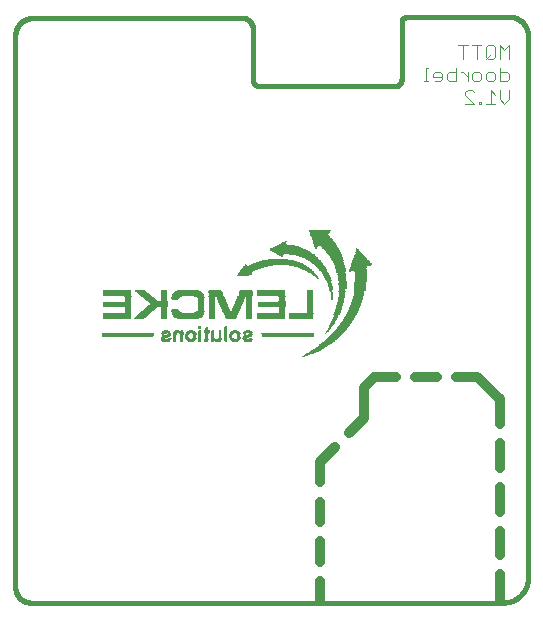
<source format=gbo>
G75*
%MOIN*%
%OFA0B0*%
%FSLAX25Y25*%
%IPPOS*%
%LPD*%
%AMOC8*
5,1,8,0,0,1.08239X$1,22.5*
%
%ADD10C,0.03200*%
%ADD11C,0.01600*%
%ADD12R,0.00500X0.00100*%
%ADD13R,0.00700X0.00100*%
%ADD14R,0.00900X0.00100*%
%ADD15R,0.01200X0.00100*%
%ADD16R,0.01300X0.00100*%
%ADD17R,0.01500X0.00100*%
%ADD18R,0.01600X0.00100*%
%ADD19R,0.01800X0.00100*%
%ADD20R,0.01900X0.00100*%
%ADD21R,0.02000X0.00100*%
%ADD22R,0.02200X0.00100*%
%ADD23R,0.02400X0.00100*%
%ADD24R,0.02500X0.00100*%
%ADD25R,0.02600X0.00100*%
%ADD26R,0.02700X0.00100*%
%ADD27R,0.02800X0.00100*%
%ADD28R,0.02900X0.00100*%
%ADD29R,0.03000X0.00100*%
%ADD30R,0.03100X0.00100*%
%ADD31R,0.00800X0.00100*%
%ADD32R,0.01400X0.00100*%
%ADD33R,0.01100X0.00100*%
%ADD34R,0.01000X0.00100*%
%ADD35R,0.02100X0.00100*%
%ADD36R,0.03200X0.00100*%
%ADD37R,0.03300X0.00100*%
%ADD38R,0.01700X0.00100*%
%ADD39R,0.02300X0.00100*%
%ADD40R,0.17100X0.00100*%
%ADD41R,0.17000X0.00100*%
%ADD42R,0.17300X0.00100*%
%ADD43R,0.00600X0.00100*%
%ADD44R,0.00200X0.00100*%
%ADD45R,0.00300X0.00100*%
%ADD46R,0.17200X0.00100*%
%ADD47R,0.00400X0.00100*%
%ADD48R,0.07700X0.00100*%
%ADD49R,0.09200X0.00100*%
%ADD50R,0.06400X0.00100*%
%ADD51R,0.09100X0.00100*%
%ADD52R,0.08000X0.00100*%
%ADD53R,0.09500X0.00100*%
%ADD54R,0.07200X0.00100*%
%ADD55R,0.08100X0.00100*%
%ADD56R,0.09600X0.00100*%
%ADD57R,0.03500X0.00100*%
%ADD58R,0.08500X0.00100*%
%ADD59R,0.08800X0.00100*%
%ADD60R,0.03700X0.00100*%
%ADD61R,0.09400X0.00100*%
%ADD62R,0.03900X0.00100*%
%ADD63R,0.09800X0.00100*%
%ADD64R,0.04100X0.00100*%
%ADD65R,0.10000X0.00100*%
%ADD66R,0.10100X0.00100*%
%ADD67R,0.04200X0.00100*%
%ADD68R,0.10200X0.00100*%
%ADD69R,0.04300X0.00100*%
%ADD70R,0.10300X0.00100*%
%ADD71R,0.03400X0.00100*%
%ADD72R,0.10400X0.00100*%
%ADD73R,0.04500X0.00100*%
%ADD74R,0.10500X0.00100*%
%ADD75R,0.04600X0.00100*%
%ADD76R,0.10600X0.00100*%
%ADD77R,0.04700X0.00100*%
%ADD78R,0.04800X0.00100*%
%ADD79R,0.10700X0.00100*%
%ADD80R,0.04900X0.00100*%
%ADD81R,0.09300X0.00100*%
%ADD82R,0.06600X0.00100*%
%ADD83R,0.06500X0.00100*%
%ADD84R,0.06300X0.00100*%
%ADD85R,0.06100X0.00100*%
%ADD86R,0.06000X0.00100*%
%ADD87R,0.05900X0.00100*%
%ADD88R,0.05800X0.00100*%
%ADD89R,0.05700X0.00100*%
%ADD90R,0.06200X0.00100*%
%ADD91R,0.06700X0.00100*%
%ADD92R,0.00100X0.00100*%
%ADD93R,0.05000X0.00100*%
%ADD94R,0.03600X0.00100*%
%ADD95R,0.09700X0.00100*%
%ADD96R,0.04400X0.00100*%
%ADD97R,0.08900X0.00100*%
%ADD98R,0.08700X0.00100*%
%ADD99R,0.08300X0.00100*%
%ADD100R,0.07300X0.00100*%
%ADD101R,0.03800X0.00100*%
%ADD102R,0.04000X0.00100*%
%ADD103R,0.05100X0.00100*%
%ADD104R,0.05400X0.00100*%
%ADD105R,0.05600X0.00100*%
%ADD106R,0.05500X0.00100*%
%ADD107R,0.07000X0.00100*%
%ADD108R,0.07500X0.00100*%
%ADD109R,0.06900X0.00100*%
%ADD110R,0.05300X0.00100*%
%ADD111R,0.07800X0.00100*%
%ADD112R,0.06800X0.00100*%
%ADD113R,0.17400X0.00100*%
%ADD114R,0.16900X0.00100*%
%ADD115R,0.16400X0.00100*%
%ADD116R,0.16000X0.00100*%
%ADD117R,0.15600X0.00100*%
%ADD118R,0.15000X0.00100*%
%ADD119R,0.14500X0.00100*%
%ADD120R,0.13900X0.00100*%
%ADD121R,0.13300X0.00100*%
%ADD122R,0.12700X0.00100*%
%ADD123R,0.12200X0.00100*%
%ADD124R,0.11300X0.00100*%
%ADD125R,0.05200X0.00100*%
%ADD126R,0.07900X0.00100*%
%ADD127R,0.11800X0.00100*%
%ADD128R,0.11900X0.00100*%
%ADD129R,0.12000X0.00100*%
%ADD130R,0.11600X0.00100*%
%ADD131R,0.11400X0.00100*%
%ADD132R,0.11000X0.00100*%
%ADD133R,0.08400X0.00100*%
%ADD134R,0.07100X0.00100*%
%ADD135C,0.00400*%
D10*
X0137233Y0044645D02*
X0137233Y0051459D01*
X0137233Y0057859D02*
X0137233Y0064673D01*
X0137233Y0071073D02*
X0137233Y0077887D01*
X0137233Y0084287D02*
X0137233Y0091102D01*
X0142254Y0096122D01*
X0146779Y0100648D02*
X0151800Y0105669D01*
X0151800Y0115905D01*
X0155343Y0119448D01*
X0162494Y0119448D01*
X0168894Y0119448D02*
X0176045Y0119448D01*
X0182445Y0119448D02*
X0189595Y0119448D01*
X0197076Y0111968D01*
X0197076Y0103781D01*
X0197076Y0097381D02*
X0197076Y0089194D01*
X0197076Y0082794D02*
X0197076Y0074606D01*
X0197076Y0068206D02*
X0197076Y0060019D01*
X0197076Y0053619D02*
X0197076Y0045432D01*
D11*
X0198257Y0044251D02*
X0040776Y0044251D01*
X0040635Y0044253D01*
X0040494Y0044259D01*
X0040353Y0044268D01*
X0040213Y0044282D01*
X0040073Y0044300D01*
X0039934Y0044321D01*
X0039795Y0044346D01*
X0039657Y0044375D01*
X0039520Y0044408D01*
X0039383Y0044444D01*
X0039248Y0044484D01*
X0039114Y0044528D01*
X0038981Y0044576D01*
X0038850Y0044627D01*
X0038720Y0044682D01*
X0038592Y0044741D01*
X0038465Y0044802D01*
X0038340Y0044868D01*
X0038217Y0044937D01*
X0038096Y0045009D01*
X0037977Y0045084D01*
X0037860Y0045163D01*
X0037745Y0045245D01*
X0037632Y0045330D01*
X0037522Y0045418D01*
X0037415Y0045509D01*
X0037310Y0045604D01*
X0037207Y0045701D01*
X0037108Y0045800D01*
X0037011Y0045903D01*
X0036916Y0046008D01*
X0036825Y0046115D01*
X0036737Y0046225D01*
X0036652Y0046338D01*
X0036570Y0046453D01*
X0036491Y0046570D01*
X0036416Y0046689D01*
X0036344Y0046810D01*
X0036275Y0046933D01*
X0036209Y0047058D01*
X0036148Y0047185D01*
X0036089Y0047313D01*
X0036034Y0047443D01*
X0035983Y0047574D01*
X0035935Y0047707D01*
X0035891Y0047841D01*
X0035851Y0047976D01*
X0035815Y0048113D01*
X0035782Y0048250D01*
X0035753Y0048388D01*
X0035728Y0048527D01*
X0035707Y0048666D01*
X0035689Y0048806D01*
X0035675Y0048946D01*
X0035666Y0049087D01*
X0035660Y0049228D01*
X0035658Y0049369D01*
X0035658Y0233228D01*
X0035660Y0233380D01*
X0035666Y0233532D01*
X0035676Y0233684D01*
X0035689Y0233835D01*
X0035707Y0233986D01*
X0035728Y0234137D01*
X0035754Y0234287D01*
X0035783Y0234436D01*
X0035816Y0234585D01*
X0035853Y0234732D01*
X0035893Y0234879D01*
X0035938Y0235024D01*
X0035986Y0235168D01*
X0036038Y0235311D01*
X0036093Y0235453D01*
X0036152Y0235593D01*
X0036215Y0235732D01*
X0036281Y0235869D01*
X0036351Y0236004D01*
X0036424Y0236137D01*
X0036501Y0236268D01*
X0036581Y0236398D01*
X0036664Y0236525D01*
X0036750Y0236650D01*
X0036840Y0236773D01*
X0036933Y0236893D01*
X0037029Y0237011D01*
X0037128Y0237127D01*
X0037230Y0237240D01*
X0037334Y0237350D01*
X0037442Y0237458D01*
X0037552Y0237562D01*
X0037665Y0237664D01*
X0037781Y0237763D01*
X0037899Y0237859D01*
X0038019Y0237952D01*
X0038142Y0238042D01*
X0038267Y0238128D01*
X0038394Y0238211D01*
X0038524Y0238291D01*
X0038655Y0238368D01*
X0038788Y0238441D01*
X0038923Y0238511D01*
X0039060Y0238577D01*
X0039199Y0238640D01*
X0039339Y0238699D01*
X0039481Y0238754D01*
X0039624Y0238806D01*
X0039768Y0238854D01*
X0039913Y0238899D01*
X0040060Y0238939D01*
X0040207Y0238976D01*
X0040356Y0239009D01*
X0040505Y0239038D01*
X0040655Y0239064D01*
X0040806Y0239085D01*
X0040957Y0239103D01*
X0041108Y0239116D01*
X0041260Y0239126D01*
X0041412Y0239132D01*
X0041564Y0239134D01*
X0041564Y0239133D02*
X0111249Y0239133D01*
X0111365Y0239131D01*
X0111481Y0239125D01*
X0111596Y0239116D01*
X0111711Y0239103D01*
X0111826Y0239086D01*
X0111940Y0239065D01*
X0112054Y0239040D01*
X0112166Y0239012D01*
X0112277Y0238980D01*
X0112388Y0238945D01*
X0112497Y0238906D01*
X0112605Y0238863D01*
X0112711Y0238817D01*
X0112816Y0238768D01*
X0112919Y0238715D01*
X0113021Y0238658D01*
X0113120Y0238599D01*
X0113217Y0238536D01*
X0113313Y0238470D01*
X0113406Y0238401D01*
X0113497Y0238329D01*
X0113585Y0238254D01*
X0113671Y0238176D01*
X0113754Y0238095D01*
X0113835Y0238012D01*
X0113913Y0237926D01*
X0113988Y0237838D01*
X0114060Y0237747D01*
X0114129Y0237654D01*
X0114195Y0237558D01*
X0114258Y0237461D01*
X0114317Y0237362D01*
X0114374Y0237260D01*
X0114427Y0237157D01*
X0114476Y0237052D01*
X0114522Y0236946D01*
X0114565Y0236838D01*
X0114604Y0236729D01*
X0114639Y0236618D01*
X0114671Y0236507D01*
X0114699Y0236395D01*
X0114724Y0236281D01*
X0114745Y0236167D01*
X0114762Y0236052D01*
X0114775Y0235937D01*
X0114784Y0235822D01*
X0114790Y0235706D01*
X0114792Y0235590D01*
X0114792Y0218661D01*
X0114794Y0218566D01*
X0114800Y0218471D01*
X0114809Y0218376D01*
X0114823Y0218282D01*
X0114840Y0218189D01*
X0114861Y0218096D01*
X0114885Y0218004D01*
X0114914Y0217913D01*
X0114945Y0217823D01*
X0114981Y0217735D01*
X0115020Y0217648D01*
X0115063Y0217563D01*
X0115108Y0217480D01*
X0115158Y0217399D01*
X0115210Y0217319D01*
X0115266Y0217242D01*
X0115324Y0217167D01*
X0115386Y0217095D01*
X0115451Y0217025D01*
X0115518Y0216958D01*
X0115588Y0216893D01*
X0115660Y0216831D01*
X0115735Y0216773D01*
X0115812Y0216717D01*
X0115892Y0216665D01*
X0115973Y0216615D01*
X0116056Y0216570D01*
X0116141Y0216527D01*
X0116228Y0216488D01*
X0116316Y0216452D01*
X0116406Y0216421D01*
X0116497Y0216392D01*
X0116589Y0216368D01*
X0116682Y0216347D01*
X0116775Y0216330D01*
X0116869Y0216316D01*
X0116964Y0216307D01*
X0117059Y0216301D01*
X0117154Y0216299D01*
X0117154Y0216298D02*
X0162036Y0216298D01*
X0162036Y0216299D02*
X0162131Y0216301D01*
X0162226Y0216307D01*
X0162321Y0216316D01*
X0162415Y0216330D01*
X0162508Y0216347D01*
X0162601Y0216368D01*
X0162693Y0216392D01*
X0162784Y0216421D01*
X0162874Y0216452D01*
X0162962Y0216488D01*
X0163049Y0216527D01*
X0163134Y0216570D01*
X0163217Y0216615D01*
X0163298Y0216665D01*
X0163378Y0216717D01*
X0163455Y0216773D01*
X0163530Y0216831D01*
X0163602Y0216893D01*
X0163672Y0216958D01*
X0163739Y0217025D01*
X0163804Y0217095D01*
X0163866Y0217167D01*
X0163924Y0217242D01*
X0163980Y0217319D01*
X0164032Y0217399D01*
X0164082Y0217480D01*
X0164127Y0217563D01*
X0164170Y0217648D01*
X0164209Y0217735D01*
X0164245Y0217823D01*
X0164276Y0217913D01*
X0164305Y0218004D01*
X0164329Y0218096D01*
X0164350Y0218189D01*
X0164367Y0218282D01*
X0164381Y0218376D01*
X0164390Y0218471D01*
X0164396Y0218566D01*
X0164398Y0218661D01*
X0164398Y0237558D01*
X0164400Y0237644D01*
X0164405Y0237730D01*
X0164415Y0237815D01*
X0164428Y0237900D01*
X0164445Y0237984D01*
X0164465Y0238068D01*
X0164489Y0238150D01*
X0164517Y0238231D01*
X0164548Y0238312D01*
X0164582Y0238390D01*
X0164620Y0238467D01*
X0164662Y0238543D01*
X0164706Y0238616D01*
X0164754Y0238687D01*
X0164805Y0238757D01*
X0164859Y0238824D01*
X0164915Y0238888D01*
X0164975Y0238950D01*
X0165037Y0239010D01*
X0165101Y0239066D01*
X0165168Y0239120D01*
X0165238Y0239171D01*
X0165309Y0239219D01*
X0165383Y0239263D01*
X0165458Y0239305D01*
X0165535Y0239343D01*
X0165613Y0239377D01*
X0165694Y0239408D01*
X0165775Y0239436D01*
X0165857Y0239460D01*
X0165941Y0239480D01*
X0166025Y0239497D01*
X0166110Y0239510D01*
X0166195Y0239520D01*
X0166281Y0239525D01*
X0166367Y0239527D01*
X0200225Y0239527D01*
X0200382Y0239525D01*
X0200539Y0239519D01*
X0200696Y0239509D01*
X0200852Y0239496D01*
X0201008Y0239478D01*
X0201164Y0239457D01*
X0201319Y0239431D01*
X0201473Y0239402D01*
X0201627Y0239369D01*
X0201779Y0239332D01*
X0201931Y0239292D01*
X0202082Y0239247D01*
X0202231Y0239199D01*
X0202379Y0239147D01*
X0202526Y0239092D01*
X0202672Y0239032D01*
X0202816Y0238970D01*
X0202958Y0238903D01*
X0203099Y0238833D01*
X0203238Y0238760D01*
X0203375Y0238683D01*
X0203510Y0238603D01*
X0203642Y0238519D01*
X0203773Y0238432D01*
X0203902Y0238342D01*
X0204028Y0238249D01*
X0204152Y0238153D01*
X0204274Y0238053D01*
X0204393Y0237951D01*
X0204509Y0237845D01*
X0204623Y0237737D01*
X0204734Y0237626D01*
X0204842Y0237512D01*
X0204948Y0237396D01*
X0205050Y0237277D01*
X0205150Y0237155D01*
X0205246Y0237031D01*
X0205339Y0236905D01*
X0205429Y0236776D01*
X0205516Y0236645D01*
X0205600Y0236513D01*
X0205680Y0236378D01*
X0205757Y0236241D01*
X0205830Y0236102D01*
X0205900Y0235961D01*
X0205967Y0235819D01*
X0206029Y0235675D01*
X0206089Y0235529D01*
X0206144Y0235382D01*
X0206196Y0235234D01*
X0206244Y0235085D01*
X0206289Y0234934D01*
X0206329Y0234782D01*
X0206366Y0234630D01*
X0206399Y0234476D01*
X0206428Y0234322D01*
X0206454Y0234167D01*
X0206475Y0234011D01*
X0206493Y0233855D01*
X0206506Y0233699D01*
X0206516Y0233542D01*
X0206522Y0233385D01*
X0206524Y0233228D01*
X0206524Y0052519D01*
X0206525Y0052519D02*
X0206523Y0052319D01*
X0206515Y0052120D01*
X0206503Y0051920D01*
X0206486Y0051721D01*
X0206465Y0051522D01*
X0206438Y0051324D01*
X0206407Y0051127D01*
X0206371Y0050930D01*
X0206330Y0050735D01*
X0206285Y0050540D01*
X0206235Y0050347D01*
X0206180Y0050155D01*
X0206120Y0049964D01*
X0206056Y0049775D01*
X0205988Y0049587D01*
X0205915Y0049401D01*
X0205837Y0049217D01*
X0205755Y0049035D01*
X0205669Y0048855D01*
X0205578Y0048677D01*
X0205483Y0048501D01*
X0205384Y0048327D01*
X0205280Y0048156D01*
X0205173Y0047988D01*
X0205061Y0047822D01*
X0204946Y0047659D01*
X0204827Y0047499D01*
X0204703Y0047342D01*
X0204576Y0047187D01*
X0204446Y0047036D01*
X0204311Y0046888D01*
X0204174Y0046744D01*
X0204032Y0046602D01*
X0203888Y0046465D01*
X0203740Y0046330D01*
X0203589Y0046200D01*
X0203434Y0046073D01*
X0203277Y0045949D01*
X0203117Y0045830D01*
X0202954Y0045715D01*
X0202788Y0045603D01*
X0202620Y0045496D01*
X0202449Y0045392D01*
X0202275Y0045293D01*
X0202099Y0045198D01*
X0201921Y0045107D01*
X0201741Y0045021D01*
X0201559Y0044939D01*
X0201375Y0044861D01*
X0201189Y0044788D01*
X0201001Y0044720D01*
X0200812Y0044656D01*
X0200621Y0044596D01*
X0200429Y0044541D01*
X0200236Y0044491D01*
X0200041Y0044446D01*
X0199846Y0044405D01*
X0199649Y0044369D01*
X0199452Y0044338D01*
X0199254Y0044311D01*
X0199055Y0044290D01*
X0198856Y0044273D01*
X0198656Y0044261D01*
X0198457Y0044253D01*
X0198257Y0044251D01*
D12*
X0131695Y0126153D03*
X0139795Y0134553D03*
X0139895Y0134653D03*
X0139995Y0134853D03*
X0141195Y0145853D03*
X0141195Y0145953D03*
X0141195Y0146053D03*
X0141195Y0146153D03*
X0141195Y0146253D03*
X0141195Y0146353D03*
X0136295Y0152353D03*
X0136195Y0152453D03*
X0135895Y0162253D03*
X0135895Y0162353D03*
X0147095Y0154553D03*
X0149695Y0161753D03*
X0112495Y0156553D03*
X0103095Y0130953D03*
D13*
X0103895Y0134653D03*
X0099595Y0135653D03*
X0097295Y0134653D03*
X0089495Y0134753D03*
X0108995Y0130953D03*
X0113095Y0130953D03*
X0131895Y0126253D03*
X0140195Y0135153D03*
X0140295Y0135253D03*
X0140295Y0135353D03*
X0140395Y0135453D03*
X0141095Y0146953D03*
X0141095Y0147053D03*
X0141095Y0147153D03*
X0141095Y0147253D03*
X0135795Y0152853D03*
X0125495Y0164153D03*
X0109895Y0152953D03*
X0149795Y0161553D03*
D14*
X0149795Y0161453D03*
X0140995Y0147953D03*
X0140995Y0147853D03*
X0140995Y0147753D03*
X0140995Y0147653D03*
X0135595Y0153053D03*
X0135495Y0153153D03*
X0135995Y0162653D03*
X0125395Y0164053D03*
X0112495Y0156253D03*
X0105895Y0135953D03*
X0105895Y0135853D03*
X0103895Y0134553D03*
X0103895Y0134453D03*
X0103895Y0134353D03*
X0103895Y0134253D03*
X0103895Y0134153D03*
X0103895Y0134053D03*
X0103895Y0133953D03*
X0103895Y0133853D03*
X0103895Y0133753D03*
X0103895Y0133653D03*
X0103895Y0133553D03*
X0103895Y0133453D03*
X0103895Y0133353D03*
X0103895Y0133253D03*
X0103895Y0133153D03*
X0103895Y0133053D03*
X0103895Y0132953D03*
X0103895Y0132853D03*
X0103895Y0132753D03*
X0103895Y0132653D03*
X0103895Y0132553D03*
X0103895Y0132453D03*
X0103895Y0132353D03*
X0103895Y0132253D03*
X0105895Y0131253D03*
X0105895Y0131153D03*
X0108995Y0134753D03*
X0112095Y0133753D03*
X0112095Y0133653D03*
X0114295Y0132153D03*
X0101495Y0131153D03*
X0097295Y0131153D03*
X0094195Y0134753D03*
X0091195Y0134453D03*
X0091095Y0131153D03*
X0088795Y0131153D03*
X0085995Y0134753D03*
X0084895Y0133653D03*
X0097295Y0135453D03*
X0097295Y0136153D03*
X0132095Y0126353D03*
X0140595Y0135753D03*
X0140595Y0135853D03*
X0140695Y0135953D03*
X0140795Y0136153D03*
D15*
X0141345Y0137153D03*
X0141445Y0137253D03*
X0141445Y0137353D03*
X0141545Y0137453D03*
X0141645Y0137653D03*
X0140845Y0148753D03*
X0140745Y0149153D03*
X0140745Y0149253D03*
X0140745Y0149353D03*
X0135045Y0153553D03*
X0134945Y0153653D03*
X0136045Y0162953D03*
X0114045Y0133453D03*
X0112045Y0132253D03*
X0109945Y0131853D03*
X0107945Y0131853D03*
X0107945Y0133853D03*
X0103745Y0131853D03*
X0101645Y0132053D03*
X0099545Y0133853D03*
X0095245Y0133853D03*
X0093245Y0133853D03*
X0093245Y0131853D03*
X0095245Y0131853D03*
X0091045Y0133653D03*
X0091045Y0133753D03*
X0089545Y0134653D03*
X0088945Y0133853D03*
X0086945Y0131753D03*
X0132445Y0126453D03*
D16*
X0132595Y0126553D03*
X0141595Y0137553D03*
X0141695Y0137753D03*
X0141695Y0137853D03*
X0141795Y0137953D03*
X0141895Y0138153D03*
X0140695Y0149453D03*
X0140695Y0149553D03*
X0140695Y0149653D03*
X0140595Y0149753D03*
X0140595Y0149853D03*
X0149895Y0161153D03*
X0125195Y0163853D03*
X0124195Y0159953D03*
X0101695Y0131953D03*
X0090995Y0133853D03*
X0086895Y0133453D03*
X0084995Y0132353D03*
D17*
X0085602Y0133809D03*
X0085995Y0134653D03*
X0089595Y0134553D03*
X0094195Y0134653D03*
X0099295Y0131753D03*
X0099195Y0131453D03*
X0103095Y0131153D03*
X0108995Y0134653D03*
X0113095Y0134653D03*
X0113895Y0133353D03*
X0113095Y0131053D03*
X0132895Y0126653D03*
X0142095Y0138553D03*
X0142095Y0138653D03*
X0142195Y0138853D03*
X0142295Y0138953D03*
X0142295Y0139053D03*
X0142395Y0139253D03*
X0140495Y0150253D03*
X0140395Y0150553D03*
X0140295Y0150753D03*
X0140295Y0150853D03*
X0134595Y0153953D03*
X0136095Y0163153D03*
X0125095Y0163753D03*
D18*
X0124945Y0163653D03*
X0124145Y0160053D03*
X0134345Y0154153D03*
X0134445Y0154053D03*
X0140045Y0151553D03*
X0140145Y0151253D03*
X0140145Y0151153D03*
X0140245Y0151053D03*
X0140245Y0150953D03*
X0142745Y0140053D03*
X0142645Y0139853D03*
X0142645Y0139753D03*
X0142545Y0139653D03*
X0142545Y0139553D03*
X0142445Y0139453D03*
X0142445Y0139353D03*
X0142345Y0139153D03*
X0133345Y0126853D03*
X0133145Y0126753D03*
X0149945Y0160953D03*
X0099245Y0131653D03*
X0099245Y0131553D03*
X0086745Y0133353D03*
D19*
X0085245Y0132453D03*
X0094245Y0131153D03*
X0099545Y0133953D03*
X0103145Y0131253D03*
X0108945Y0131153D03*
X0133545Y0126953D03*
X0143045Y0140853D03*
X0143145Y0141153D03*
X0143145Y0141253D03*
X0143245Y0141353D03*
X0143245Y0141453D03*
X0143345Y0141553D03*
X0143345Y0141653D03*
X0143345Y0141753D03*
X0143445Y0142053D03*
X0139845Y0152053D03*
X0139745Y0152253D03*
X0139745Y0152353D03*
X0139645Y0152453D03*
X0134045Y0154353D03*
X0124045Y0160153D03*
X0124845Y0163553D03*
D20*
X0123995Y0160253D03*
X0133895Y0154453D03*
X0139395Y0153053D03*
X0139495Y0152853D03*
X0139495Y0152753D03*
X0139595Y0152653D03*
X0139595Y0152553D03*
X0143895Y0143553D03*
X0143795Y0143153D03*
X0143695Y0142953D03*
X0143695Y0142853D03*
X0143695Y0142753D03*
X0143595Y0142653D03*
X0143595Y0142553D03*
X0143595Y0142453D03*
X0143595Y0142353D03*
X0143495Y0142253D03*
X0143495Y0142153D03*
X0143395Y0141953D03*
X0143395Y0141853D03*
X0133995Y0127153D03*
X0133795Y0127053D03*
X0113095Y0134553D03*
X0108995Y0134553D03*
X0113695Y0138753D03*
X0101295Y0138753D03*
X0094195Y0134553D03*
X0086495Y0133253D03*
X0085995Y0134553D03*
X0085295Y0138753D03*
X0149995Y0160653D03*
D21*
X0150045Y0160553D03*
X0139445Y0152953D03*
X0139345Y0153153D03*
X0139245Y0153353D03*
X0139145Y0153553D03*
X0133745Y0154553D03*
X0124745Y0163453D03*
X0144045Y0144253D03*
X0144045Y0144153D03*
X0144045Y0144053D03*
X0143945Y0143853D03*
X0143945Y0143753D03*
X0143945Y0143653D03*
X0143845Y0143453D03*
X0143845Y0143353D03*
X0143845Y0143253D03*
X0143745Y0143053D03*
X0144145Y0144653D03*
X0134245Y0127253D03*
X0113645Y0133253D03*
X0113145Y0131153D03*
X0099545Y0134053D03*
X0085945Y0131153D03*
D22*
X0085445Y0132553D03*
X0073145Y0140653D03*
X0073145Y0140753D03*
X0073145Y0140853D03*
X0073145Y0140953D03*
X0073145Y0141053D03*
X0073145Y0141153D03*
X0073145Y0141253D03*
X0073145Y0141353D03*
X0073145Y0141453D03*
X0073145Y0141553D03*
X0073145Y0141653D03*
X0073145Y0141753D03*
X0073145Y0141853D03*
X0073145Y0141953D03*
X0073145Y0142053D03*
X0073145Y0142153D03*
X0073145Y0142253D03*
X0073145Y0142353D03*
X0073145Y0142453D03*
X0073145Y0142553D03*
X0073145Y0144453D03*
X0073145Y0144553D03*
X0073145Y0144653D03*
X0073145Y0144753D03*
X0073145Y0144853D03*
X0073145Y0144953D03*
X0073145Y0145053D03*
X0073145Y0145153D03*
X0073145Y0145253D03*
X0073145Y0145353D03*
X0073145Y0145453D03*
X0073145Y0145553D03*
X0073145Y0145653D03*
X0073145Y0145753D03*
X0073145Y0145853D03*
X0073145Y0145953D03*
X0073145Y0146053D03*
X0073145Y0146153D03*
X0097545Y0145253D03*
X0097545Y0145153D03*
X0097545Y0145053D03*
X0097545Y0144953D03*
X0097545Y0144853D03*
X0097545Y0144753D03*
X0097545Y0144653D03*
X0097545Y0144553D03*
X0097545Y0144453D03*
X0097545Y0144353D03*
X0097545Y0144253D03*
X0097545Y0144153D03*
X0097545Y0144053D03*
X0097545Y0143953D03*
X0097545Y0143853D03*
X0097545Y0143753D03*
X0097545Y0143653D03*
X0097545Y0143553D03*
X0097545Y0143453D03*
X0097545Y0143353D03*
X0097545Y0143253D03*
X0097545Y0143153D03*
X0097545Y0143053D03*
X0097545Y0142953D03*
X0097545Y0142853D03*
X0097545Y0142753D03*
X0097545Y0142653D03*
X0097545Y0142553D03*
X0097545Y0142453D03*
X0097545Y0142353D03*
X0097545Y0142253D03*
X0097545Y0142153D03*
X0097545Y0142053D03*
X0097545Y0141953D03*
X0097545Y0141853D03*
X0097545Y0141753D03*
X0097545Y0141653D03*
X0108945Y0134453D03*
X0108945Y0131253D03*
X0113445Y0133153D03*
X0113145Y0134453D03*
X0134445Y0127353D03*
X0134645Y0127453D03*
X0134845Y0127553D03*
X0144245Y0145153D03*
X0144245Y0145253D03*
X0144345Y0145553D03*
X0144345Y0145653D03*
X0144345Y0145753D03*
X0144445Y0146053D03*
X0144445Y0146153D03*
X0144445Y0146253D03*
X0144445Y0146353D03*
X0144445Y0146453D03*
X0144545Y0146653D03*
X0144545Y0146753D03*
X0144545Y0146853D03*
X0144545Y0146953D03*
X0144545Y0147053D03*
X0138845Y0154053D03*
X0138745Y0154253D03*
X0138645Y0154353D03*
X0138545Y0154553D03*
X0133445Y0154753D03*
X0133845Y0147853D03*
X0123945Y0160353D03*
D23*
X0132945Y0155053D03*
X0133145Y0154953D03*
X0138145Y0155153D03*
X0138245Y0154953D03*
X0138345Y0154853D03*
X0144745Y0149953D03*
X0144745Y0149853D03*
X0144745Y0149753D03*
X0144745Y0149653D03*
X0144745Y0149553D03*
X0144745Y0149453D03*
X0144745Y0149353D03*
X0144745Y0149253D03*
X0144745Y0149153D03*
X0144745Y0149053D03*
X0144745Y0148953D03*
X0144745Y0148853D03*
X0144745Y0148753D03*
X0144745Y0148653D03*
X0144645Y0147853D03*
X0150145Y0160253D03*
X0124545Y0144353D03*
X0124545Y0142653D03*
X0113145Y0134353D03*
X0112745Y0132653D03*
X0113145Y0131253D03*
X0108945Y0131353D03*
X0108745Y0140753D03*
X0108845Y0140853D03*
X0108845Y0140953D03*
X0108945Y0141153D03*
X0109045Y0141353D03*
X0109145Y0141553D03*
X0109145Y0141653D03*
X0109245Y0141853D03*
X0109245Y0141953D03*
X0109345Y0142053D03*
X0109445Y0142253D03*
X0109445Y0142353D03*
X0109545Y0142553D03*
X0109545Y0142653D03*
X0109645Y0142753D03*
X0109645Y0142853D03*
X0109745Y0142953D03*
X0109745Y0143053D03*
X0109845Y0143253D03*
X0109945Y0143453D03*
X0110045Y0143653D03*
X0110045Y0143753D03*
X0110145Y0143953D03*
X0110245Y0144153D03*
X0110345Y0144353D03*
X0110345Y0144453D03*
X0110445Y0144653D03*
X0110445Y0144753D03*
X0110545Y0144853D03*
X0110645Y0145053D03*
X0110645Y0145153D03*
X0110745Y0145353D03*
X0110745Y0145453D03*
X0110845Y0145653D03*
X0110945Y0145853D03*
X0111045Y0146053D03*
X0104945Y0143753D03*
X0104945Y0143653D03*
X0105045Y0143453D03*
X0105145Y0143253D03*
X0105145Y0143153D03*
X0105245Y0143053D03*
X0105245Y0142953D03*
X0105345Y0142753D03*
X0105445Y0142553D03*
X0105445Y0142453D03*
X0105545Y0142353D03*
X0105545Y0142253D03*
X0105645Y0142053D03*
X0105745Y0141853D03*
X0105745Y0141753D03*
X0105845Y0141653D03*
X0105845Y0141553D03*
X0105845Y0141453D03*
X0105945Y0141353D03*
X0105945Y0141253D03*
X0106045Y0141153D03*
X0106045Y0141053D03*
X0106145Y0140953D03*
X0106145Y0140853D03*
X0106245Y0140753D03*
X0104845Y0143953D03*
X0104745Y0144153D03*
X0104645Y0144353D03*
X0104645Y0144453D03*
X0104545Y0144553D03*
X0104545Y0144653D03*
X0104445Y0144853D03*
X0104345Y0145053D03*
X0104345Y0145153D03*
X0104245Y0145353D03*
X0104145Y0145553D03*
X0104045Y0145753D03*
X0104045Y0145853D03*
X0097445Y0145853D03*
X0097445Y0145753D03*
X0097445Y0141253D03*
X0097445Y0141153D03*
X0088945Y0141153D03*
X0088945Y0141253D03*
X0088945Y0141353D03*
X0088945Y0145453D03*
X0088945Y0145553D03*
X0089045Y0145753D03*
X0085245Y0142653D03*
X0086145Y0133053D03*
X0085945Y0131253D03*
X0073045Y0146253D03*
X0135045Y0127653D03*
X0135245Y0127753D03*
D24*
X0135395Y0127853D03*
X0135595Y0127953D03*
X0124495Y0146253D03*
X0132795Y0155153D03*
X0137895Y0155453D03*
X0137995Y0155353D03*
X0138095Y0155253D03*
X0138195Y0155053D03*
X0144695Y0150353D03*
X0144695Y0150253D03*
X0144695Y0150153D03*
X0144695Y0150053D03*
X0113295Y0133053D03*
X0112895Y0132753D03*
X0108995Y0134353D03*
X0109495Y0142453D03*
X0109795Y0143153D03*
X0109895Y0143353D03*
X0109995Y0143553D03*
X0110095Y0143853D03*
X0110195Y0144053D03*
X0110295Y0144253D03*
X0110395Y0144553D03*
X0110595Y0144953D03*
X0110695Y0145253D03*
X0110795Y0145553D03*
X0110895Y0145753D03*
X0110995Y0145953D03*
X0105095Y0143353D03*
X0104995Y0143553D03*
X0104895Y0143853D03*
X0104795Y0144053D03*
X0104695Y0144253D03*
X0104495Y0144753D03*
X0104395Y0144953D03*
X0104295Y0145253D03*
X0104195Y0145453D03*
X0104095Y0145653D03*
X0103995Y0145953D03*
X0103895Y0146053D03*
X0097395Y0141053D03*
X0094195Y0134353D03*
X0094195Y0131353D03*
X0085995Y0132953D03*
X0085895Y0132853D03*
X0085795Y0132753D03*
X0085995Y0134353D03*
X0088995Y0141053D03*
X0088995Y0145653D03*
X0089095Y0145853D03*
D25*
X0089045Y0140953D03*
X0085945Y0134253D03*
X0085945Y0131353D03*
X0094245Y0131453D03*
X0097345Y0145953D03*
X0097245Y0146053D03*
X0108945Y0131453D03*
X0113145Y0131353D03*
X0113045Y0132853D03*
X0113145Y0132953D03*
X0113145Y0134253D03*
X0132645Y0155253D03*
X0137745Y0155653D03*
X0137845Y0155553D03*
X0144645Y0151953D03*
X0144645Y0151853D03*
X0144745Y0151253D03*
X0144745Y0151153D03*
X0144745Y0151053D03*
X0144745Y0150953D03*
X0144745Y0150853D03*
X0144745Y0150753D03*
X0144745Y0150653D03*
X0144745Y0150553D03*
X0144745Y0150453D03*
X0150145Y0160153D03*
X0136445Y0128453D03*
X0136145Y0128253D03*
X0135945Y0128153D03*
X0135745Y0128053D03*
D26*
X0136295Y0128353D03*
X0136595Y0128553D03*
X0136795Y0128653D03*
X0144695Y0151353D03*
X0144695Y0151453D03*
X0144695Y0151553D03*
X0144695Y0151653D03*
X0144695Y0151753D03*
X0144595Y0152053D03*
X0144595Y0152153D03*
X0144595Y0152253D03*
X0144595Y0152353D03*
X0144595Y0152453D03*
X0137695Y0155753D03*
X0137595Y0155853D03*
X0150195Y0160053D03*
X0110995Y0153153D03*
X0097295Y0140953D03*
X0097295Y0140853D03*
X0094195Y0134253D03*
X0085995Y0134153D03*
X0089095Y0140853D03*
X0089195Y0145953D03*
X0108995Y0134253D03*
D27*
X0108945Y0131553D03*
X0113145Y0131453D03*
X0113145Y0134053D03*
X0113145Y0134153D03*
X0097145Y0140753D03*
X0097145Y0146153D03*
X0089245Y0146053D03*
X0089245Y0140753D03*
X0085945Y0131453D03*
X0094245Y0131553D03*
X0124945Y0163353D03*
X0132245Y0155453D03*
X0132445Y0155353D03*
X0137245Y0156253D03*
X0137345Y0156153D03*
X0137445Y0156053D03*
X0137545Y0155953D03*
X0144545Y0152953D03*
X0144545Y0152853D03*
X0144545Y0152753D03*
X0144545Y0152653D03*
X0144545Y0152553D03*
X0150245Y0159953D03*
X0137545Y0129153D03*
X0137245Y0128953D03*
X0136945Y0128753D03*
D28*
X0137095Y0128853D03*
X0137395Y0129053D03*
X0137695Y0129253D03*
X0137895Y0129353D03*
X0137995Y0129453D03*
X0138295Y0129653D03*
X0144495Y0153053D03*
X0144495Y0153153D03*
X0144495Y0153253D03*
X0144495Y0153353D03*
X0144495Y0153453D03*
X0144395Y0153653D03*
X0144395Y0153753D03*
X0144395Y0153853D03*
X0137195Y0156353D03*
X0137095Y0156453D03*
X0136995Y0156553D03*
X0113095Y0131553D03*
X0108995Y0134153D03*
X0107495Y0138753D03*
X0094195Y0134153D03*
X0085995Y0134053D03*
X0076995Y0138753D03*
X0089395Y0146153D03*
D29*
X0090145Y0134353D03*
X0094245Y0134053D03*
X0094245Y0131653D03*
X0085945Y0131653D03*
X0085945Y0131553D03*
X0108945Y0131653D03*
X0108945Y0134053D03*
X0123345Y0158553D03*
X0132045Y0155553D03*
X0136745Y0156853D03*
X0136845Y0156753D03*
X0136945Y0156653D03*
X0144245Y0154553D03*
X0144245Y0154453D03*
X0144345Y0154253D03*
X0144345Y0154153D03*
X0144345Y0154053D03*
X0144345Y0153953D03*
X0144445Y0153553D03*
X0150245Y0159853D03*
X0140145Y0131053D03*
X0140045Y0130953D03*
X0139645Y0130653D03*
X0139545Y0130553D03*
X0139245Y0130353D03*
X0139145Y0130253D03*
X0138945Y0130153D03*
X0138845Y0130053D03*
X0138545Y0129853D03*
X0138445Y0129753D03*
X0138145Y0129553D03*
D30*
X0138695Y0129953D03*
X0139395Y0130453D03*
X0139795Y0130753D03*
X0139895Y0130853D03*
X0140295Y0131153D03*
X0140395Y0131253D03*
X0140495Y0131353D03*
X0140595Y0131453D03*
X0140695Y0131553D03*
X0140895Y0131653D03*
X0140995Y0131753D03*
X0141095Y0131853D03*
X0141195Y0131953D03*
X0141295Y0132053D03*
X0141395Y0132153D03*
X0141495Y0132253D03*
X0141595Y0132353D03*
X0141895Y0132653D03*
X0142195Y0132953D03*
X0142495Y0133253D03*
X0142795Y0133553D03*
X0143095Y0133853D03*
X0143295Y0134053D03*
X0143395Y0134153D03*
X0143495Y0134253D03*
X0143595Y0134353D03*
X0143695Y0134453D03*
X0143795Y0134553D03*
X0143895Y0134653D03*
X0144095Y0134953D03*
X0144195Y0135053D03*
X0144295Y0135153D03*
X0144395Y0135253D03*
X0144595Y0135553D03*
X0144695Y0135653D03*
X0144795Y0135753D03*
X0144895Y0135853D03*
X0145095Y0136153D03*
X0145195Y0136253D03*
X0145595Y0136853D03*
X0145695Y0136953D03*
X0145795Y0137153D03*
X0145895Y0137253D03*
X0146095Y0137553D03*
X0146195Y0137653D03*
X0146295Y0137853D03*
X0146395Y0137953D03*
X0146695Y0138453D03*
X0146795Y0138653D03*
X0146995Y0138953D03*
X0147095Y0139053D03*
X0147095Y0139153D03*
X0147295Y0139453D03*
X0147395Y0139653D03*
X0147595Y0140053D03*
X0144295Y0154353D03*
X0144195Y0154653D03*
X0144195Y0154753D03*
X0144195Y0154853D03*
X0144095Y0155053D03*
X0144095Y0155153D03*
X0144095Y0155253D03*
X0143995Y0155553D03*
X0136595Y0156953D03*
X0131895Y0155653D03*
X0150295Y0159753D03*
X0113095Y0131653D03*
X0108995Y0131753D03*
X0108995Y0133953D03*
X0102595Y0131453D03*
X0102595Y0131353D03*
X0094195Y0131753D03*
X0094195Y0133953D03*
X0090095Y0134253D03*
X0081295Y0142653D03*
X0081195Y0142553D03*
X0081095Y0142453D03*
X0080795Y0142253D03*
X0080695Y0142153D03*
X0080595Y0142053D03*
X0080495Y0141953D03*
X0080395Y0141853D03*
X0080295Y0141753D03*
X0081195Y0144653D03*
X0081095Y0144753D03*
X0080995Y0144853D03*
X0080595Y0145153D03*
X0080495Y0145253D03*
X0080395Y0145353D03*
D31*
X0087145Y0132153D03*
X0085945Y0130953D03*
X0091145Y0134553D03*
X0094245Y0130953D03*
X0097345Y0136253D03*
X0113145Y0134753D03*
X0112445Y0156353D03*
X0124445Y0159653D03*
X0135945Y0162553D03*
X0135745Y0152953D03*
X0141045Y0147553D03*
X0141045Y0147453D03*
X0141045Y0147353D03*
X0147245Y0154653D03*
X0140545Y0135653D03*
X0140445Y0135553D03*
D32*
X0141845Y0138053D03*
X0141945Y0138253D03*
X0141945Y0138353D03*
X0142045Y0138453D03*
X0142145Y0138753D03*
X0140545Y0149953D03*
X0140545Y0150053D03*
X0140545Y0150153D03*
X0140445Y0150353D03*
X0140445Y0150453D03*
X0140345Y0150653D03*
X0134845Y0153753D03*
X0134745Y0153853D03*
X0136045Y0163053D03*
X0149945Y0161053D03*
X0112145Y0132353D03*
X0108945Y0131053D03*
X0101745Y0131853D03*
X0099145Y0131353D03*
X0099145Y0131253D03*
X0094245Y0131053D03*
D33*
X0095295Y0131953D03*
X0095395Y0132053D03*
X0095495Y0133453D03*
X0095395Y0133653D03*
X0095295Y0133753D03*
X0093095Y0133753D03*
X0092995Y0133553D03*
X0092895Y0132453D03*
X0092995Y0132153D03*
X0093095Y0131953D03*
X0091095Y0133453D03*
X0091095Y0133553D03*
X0088895Y0133753D03*
X0088795Y0133653D03*
X0088795Y0133553D03*
X0086995Y0133553D03*
X0087095Y0131953D03*
X0084895Y0131753D03*
X0084895Y0132253D03*
X0099095Y0131153D03*
X0099495Y0131853D03*
X0101595Y0132153D03*
X0101595Y0132253D03*
X0103095Y0131053D03*
X0103795Y0131953D03*
X0107795Y0132053D03*
X0107895Y0131953D03*
X0107795Y0133653D03*
X0107895Y0133753D03*
X0109995Y0133853D03*
X0110095Y0133753D03*
X0110295Y0132453D03*
X0110195Y0132153D03*
X0110095Y0131953D03*
X0111995Y0132153D03*
X0112095Y0131753D03*
X0114095Y0131753D03*
X0114195Y0131853D03*
X0114095Y0133953D03*
X0112195Y0133953D03*
X0124295Y0159853D03*
X0125295Y0163953D03*
X0135995Y0162853D03*
X0135995Y0162753D03*
X0135195Y0153453D03*
X0135295Y0153353D03*
X0140795Y0149053D03*
X0140795Y0148953D03*
X0140795Y0148853D03*
X0140895Y0148653D03*
X0140895Y0148553D03*
X0140895Y0148453D03*
X0147395Y0154753D03*
X0149895Y0161253D03*
X0141295Y0137053D03*
X0141295Y0136953D03*
X0141195Y0136853D03*
X0141095Y0136653D03*
D34*
X0141145Y0136753D03*
X0141045Y0136553D03*
X0140945Y0136453D03*
X0140945Y0136353D03*
X0140845Y0136253D03*
X0140745Y0136053D03*
X0140945Y0148053D03*
X0140945Y0148153D03*
X0140945Y0148253D03*
X0140945Y0148353D03*
X0135445Y0153253D03*
X0124345Y0159753D03*
X0105845Y0135753D03*
X0105845Y0135653D03*
X0105845Y0135553D03*
X0105845Y0135453D03*
X0105845Y0135353D03*
X0105845Y0135253D03*
X0105845Y0135153D03*
X0105845Y0135053D03*
X0105845Y0134953D03*
X0105845Y0134853D03*
X0105845Y0134753D03*
X0105845Y0134653D03*
X0105845Y0134553D03*
X0105845Y0134453D03*
X0105845Y0134353D03*
X0105845Y0134253D03*
X0105845Y0134153D03*
X0105845Y0134053D03*
X0105845Y0133953D03*
X0105845Y0133853D03*
X0105845Y0133753D03*
X0105845Y0133653D03*
X0105845Y0133553D03*
X0105845Y0133453D03*
X0105845Y0133353D03*
X0105845Y0133253D03*
X0105845Y0133153D03*
X0105845Y0133053D03*
X0105845Y0132953D03*
X0105845Y0132853D03*
X0105845Y0132753D03*
X0105845Y0132653D03*
X0105845Y0132553D03*
X0105845Y0132453D03*
X0105845Y0132353D03*
X0105845Y0132253D03*
X0105845Y0132153D03*
X0105845Y0132053D03*
X0105845Y0131953D03*
X0105845Y0131853D03*
X0105845Y0131753D03*
X0105845Y0131653D03*
X0105845Y0131553D03*
X0105845Y0131453D03*
X0105845Y0131353D03*
X0107645Y0132353D03*
X0107645Y0132453D03*
X0107645Y0132553D03*
X0107645Y0132653D03*
X0107645Y0132753D03*
X0107645Y0132853D03*
X0107645Y0132953D03*
X0107645Y0133053D03*
X0107645Y0133153D03*
X0107645Y0133253D03*
X0107645Y0133353D03*
X0107745Y0133453D03*
X0107745Y0133553D03*
X0107745Y0132253D03*
X0107745Y0132153D03*
X0110145Y0132053D03*
X0110245Y0132253D03*
X0110245Y0132353D03*
X0110345Y0132553D03*
X0110345Y0132653D03*
X0110345Y0132753D03*
X0110345Y0132853D03*
X0110345Y0132953D03*
X0110345Y0133053D03*
X0110345Y0133153D03*
X0110345Y0133253D03*
X0110245Y0133353D03*
X0110245Y0133453D03*
X0110245Y0133553D03*
X0110145Y0133653D03*
X0112145Y0133853D03*
X0111945Y0132053D03*
X0111945Y0131953D03*
X0112045Y0131853D03*
X0114245Y0131953D03*
X0114245Y0132053D03*
X0114145Y0133553D03*
X0114145Y0133653D03*
X0114145Y0133753D03*
X0114145Y0133853D03*
X0103845Y0132153D03*
X0103845Y0132053D03*
X0101545Y0132353D03*
X0101545Y0132453D03*
X0101545Y0132553D03*
X0101545Y0132653D03*
X0101545Y0132753D03*
X0101545Y0132853D03*
X0101545Y0132953D03*
X0101545Y0133053D03*
X0101545Y0133153D03*
X0101545Y0133253D03*
X0101545Y0133353D03*
X0101545Y0133453D03*
X0101545Y0133553D03*
X0101545Y0133653D03*
X0101545Y0133753D03*
X0101545Y0133853D03*
X0101545Y0133953D03*
X0101545Y0134053D03*
X0101545Y0134153D03*
X0101545Y0134253D03*
X0101545Y0134353D03*
X0101545Y0134453D03*
X0101545Y0134553D03*
X0099545Y0134753D03*
X0099545Y0134853D03*
X0099545Y0134953D03*
X0099545Y0135053D03*
X0099545Y0135153D03*
X0099545Y0135253D03*
X0099545Y0135353D03*
X0099545Y0135453D03*
X0099545Y0135553D03*
X0099545Y0133753D03*
X0099545Y0133653D03*
X0099545Y0133553D03*
X0099545Y0133453D03*
X0099545Y0133353D03*
X0099545Y0133253D03*
X0099545Y0133153D03*
X0099545Y0133053D03*
X0099545Y0132953D03*
X0099545Y0132853D03*
X0099545Y0132753D03*
X0099545Y0132653D03*
X0099545Y0132553D03*
X0099545Y0132453D03*
X0099545Y0132353D03*
X0099545Y0132253D03*
X0099545Y0132153D03*
X0099545Y0132053D03*
X0099545Y0131953D03*
X0101545Y0131253D03*
X0097345Y0131253D03*
X0097345Y0131353D03*
X0097345Y0131453D03*
X0097345Y0131553D03*
X0097345Y0131653D03*
X0097345Y0131753D03*
X0097345Y0131853D03*
X0097345Y0131953D03*
X0097345Y0132053D03*
X0097345Y0132153D03*
X0097345Y0132253D03*
X0097345Y0132353D03*
X0097345Y0132453D03*
X0097345Y0132553D03*
X0097345Y0132653D03*
X0097345Y0132753D03*
X0097345Y0132853D03*
X0097345Y0132953D03*
X0097345Y0133053D03*
X0097345Y0133153D03*
X0097345Y0133253D03*
X0097345Y0133353D03*
X0097345Y0133453D03*
X0097345Y0133553D03*
X0097345Y0133653D03*
X0097345Y0133753D03*
X0097345Y0133853D03*
X0097345Y0133953D03*
X0097345Y0134053D03*
X0097345Y0134153D03*
X0097345Y0134253D03*
X0097345Y0134353D03*
X0097345Y0134453D03*
X0097345Y0134553D03*
X0097345Y0135553D03*
X0097345Y0135653D03*
X0097345Y0135753D03*
X0097345Y0135853D03*
X0097345Y0135953D03*
X0097345Y0136053D03*
X0095445Y0133553D03*
X0095545Y0133353D03*
X0095545Y0133253D03*
X0095545Y0133153D03*
X0095545Y0133053D03*
X0095545Y0132953D03*
X0095545Y0132853D03*
X0095545Y0132753D03*
X0095545Y0132653D03*
X0095545Y0132553D03*
X0095545Y0132453D03*
X0095545Y0132353D03*
X0095445Y0132253D03*
X0095445Y0132153D03*
X0093045Y0132053D03*
X0092945Y0132253D03*
X0092945Y0132353D03*
X0092845Y0132553D03*
X0092845Y0132653D03*
X0092845Y0132753D03*
X0092845Y0132853D03*
X0092845Y0132953D03*
X0092845Y0133053D03*
X0092845Y0133153D03*
X0092845Y0133253D03*
X0092945Y0133353D03*
X0092945Y0133453D03*
X0093045Y0133653D03*
X0091145Y0133353D03*
X0091145Y0133253D03*
X0091145Y0133153D03*
X0091145Y0133053D03*
X0091145Y0132953D03*
X0091145Y0132853D03*
X0091145Y0132753D03*
X0091145Y0132653D03*
X0091145Y0132553D03*
X0091145Y0132453D03*
X0091145Y0132353D03*
X0091145Y0132253D03*
X0091145Y0132153D03*
X0091145Y0132053D03*
X0091145Y0131953D03*
X0091145Y0131853D03*
X0091145Y0131753D03*
X0091145Y0131653D03*
X0091145Y0131553D03*
X0091145Y0131453D03*
X0091145Y0131353D03*
X0091145Y0131253D03*
X0088745Y0131253D03*
X0088745Y0131353D03*
X0088745Y0131453D03*
X0088745Y0131553D03*
X0088745Y0131653D03*
X0088745Y0131753D03*
X0088745Y0131853D03*
X0088745Y0131953D03*
X0088745Y0132053D03*
X0088745Y0132153D03*
X0088745Y0132253D03*
X0088745Y0132353D03*
X0088745Y0132453D03*
X0088745Y0132553D03*
X0088745Y0132653D03*
X0088745Y0132753D03*
X0088745Y0132853D03*
X0088745Y0132953D03*
X0088745Y0133053D03*
X0088745Y0133153D03*
X0088745Y0133253D03*
X0088745Y0133353D03*
X0088745Y0133453D03*
X0087045Y0133653D03*
X0087045Y0133753D03*
X0087045Y0133853D03*
X0086945Y0133953D03*
X0085045Y0133953D03*
X0084945Y0133853D03*
X0084945Y0133753D03*
X0084845Y0132153D03*
X0084845Y0132053D03*
X0084845Y0131953D03*
X0084845Y0131853D03*
X0087045Y0131853D03*
X0087145Y0132053D03*
X0149845Y0161353D03*
D35*
X0150095Y0160453D03*
X0138995Y0153853D03*
X0138995Y0153753D03*
X0139095Y0153653D03*
X0139195Y0153453D03*
X0139295Y0153253D03*
X0138895Y0153953D03*
X0138795Y0154153D03*
X0133595Y0154653D03*
X0133895Y0147953D03*
X0143995Y0143953D03*
X0144095Y0144353D03*
X0144095Y0144453D03*
X0144095Y0144553D03*
X0144195Y0144753D03*
X0144195Y0144853D03*
X0144195Y0144953D03*
X0144195Y0145053D03*
X0144295Y0145353D03*
X0144295Y0145453D03*
X0144395Y0145853D03*
X0144395Y0145953D03*
X0144495Y0146553D03*
X0113695Y0138853D03*
X0112595Y0132553D03*
X0101295Y0138853D03*
X0099495Y0134553D03*
X0099495Y0134453D03*
X0099495Y0134353D03*
X0099495Y0134253D03*
X0099495Y0134153D03*
X0094195Y0131253D03*
X0085295Y0138853D03*
X0088895Y0141853D03*
X0088895Y0144953D03*
X0085295Y0147953D03*
D36*
X0080845Y0144953D03*
X0080745Y0145053D03*
X0080245Y0145453D03*
X0080145Y0145553D03*
X0080045Y0145653D03*
X0079745Y0145853D03*
X0079645Y0145953D03*
X0079545Y0146053D03*
X0080945Y0142353D03*
X0080145Y0141653D03*
X0080045Y0141553D03*
X0079945Y0141453D03*
X0079345Y0140953D03*
X0079245Y0140853D03*
X0079145Y0140753D03*
X0078445Y0140153D03*
X0078345Y0140053D03*
X0077545Y0139353D03*
X0077445Y0139253D03*
X0089445Y0140653D03*
X0090045Y0134153D03*
X0090045Y0134053D03*
X0096945Y0140653D03*
X0102645Y0131653D03*
X0102645Y0131553D03*
X0131645Y0155753D03*
X0136345Y0157253D03*
X0136445Y0157153D03*
X0136545Y0157053D03*
X0143945Y0155753D03*
X0143945Y0155653D03*
X0144045Y0155453D03*
X0144045Y0155353D03*
X0144145Y0154953D03*
X0150345Y0159653D03*
X0148745Y0142453D03*
X0148645Y0142153D03*
X0148445Y0141753D03*
X0148345Y0141453D03*
X0148245Y0141353D03*
X0148245Y0141253D03*
X0148145Y0141153D03*
X0148145Y0141053D03*
X0148045Y0140853D03*
X0147945Y0140753D03*
X0147945Y0140653D03*
X0147845Y0140453D03*
X0147745Y0140353D03*
X0147745Y0140253D03*
X0147645Y0140153D03*
X0147545Y0139953D03*
X0147445Y0139853D03*
X0147445Y0139753D03*
X0147345Y0139553D03*
X0147245Y0139353D03*
X0147145Y0139253D03*
X0146945Y0138853D03*
X0146845Y0138753D03*
X0146745Y0138553D03*
X0146645Y0138353D03*
X0146545Y0138253D03*
X0146545Y0138153D03*
X0146445Y0138053D03*
X0146245Y0137753D03*
X0146045Y0137453D03*
X0145945Y0137353D03*
X0145745Y0137053D03*
X0145545Y0136753D03*
X0145445Y0136653D03*
X0145445Y0136553D03*
X0145345Y0136453D03*
X0145245Y0136353D03*
X0145045Y0136053D03*
X0144945Y0135953D03*
X0144545Y0135453D03*
X0144445Y0135353D03*
X0144045Y0134853D03*
X0143945Y0134753D03*
X0143245Y0133953D03*
X0143045Y0133753D03*
X0142945Y0133653D03*
X0142745Y0133453D03*
X0142645Y0133353D03*
X0142445Y0133153D03*
X0142345Y0133053D03*
X0142145Y0132853D03*
X0142045Y0132753D03*
X0141845Y0132553D03*
X0141745Y0132453D03*
D37*
X0147895Y0140553D03*
X0148095Y0140953D03*
X0148395Y0141553D03*
X0148395Y0141653D03*
X0148495Y0141853D03*
X0148495Y0141953D03*
X0148595Y0142053D03*
X0148695Y0142253D03*
X0148695Y0142353D03*
X0148795Y0142553D03*
X0148795Y0142653D03*
X0148895Y0142753D03*
X0148895Y0142853D03*
X0148995Y0143053D03*
X0148995Y0143153D03*
X0149095Y0143353D03*
X0149195Y0143553D03*
X0149195Y0143653D03*
X0149295Y0143853D03*
X0143895Y0155853D03*
X0143895Y0155953D03*
X0143895Y0156053D03*
X0143795Y0156253D03*
X0136195Y0157353D03*
X0136095Y0157453D03*
X0135995Y0157553D03*
X0125095Y0163253D03*
X0107495Y0138853D03*
X0102695Y0131753D03*
X0089995Y0133953D03*
X0079795Y0141353D03*
X0079695Y0141253D03*
X0079595Y0141153D03*
X0079495Y0141053D03*
X0078995Y0140653D03*
X0078895Y0140553D03*
X0078795Y0140453D03*
X0078695Y0140353D03*
X0078595Y0140253D03*
X0078095Y0139853D03*
X0077995Y0139753D03*
X0077895Y0139653D03*
X0077795Y0139553D03*
X0077695Y0139453D03*
X0077295Y0139153D03*
X0077195Y0139053D03*
X0077095Y0138953D03*
X0076995Y0138853D03*
X0079895Y0145753D03*
X0079395Y0146153D03*
X0079295Y0146253D03*
X0079195Y0146353D03*
X0078895Y0146553D03*
X0078795Y0146653D03*
X0078695Y0146753D03*
X0078095Y0147253D03*
X0096895Y0146253D03*
D38*
X0099495Y0134653D03*
X0089595Y0134453D03*
X0110395Y0153053D03*
X0112395Y0132453D03*
X0134195Y0154253D03*
X0139795Y0152153D03*
X0139895Y0151953D03*
X0139895Y0151853D03*
X0139995Y0151753D03*
X0139995Y0151653D03*
X0140095Y0151453D03*
X0140095Y0151353D03*
X0143095Y0141053D03*
X0143095Y0140953D03*
X0142995Y0140753D03*
X0142995Y0140653D03*
X0142895Y0140553D03*
X0142895Y0140453D03*
X0142895Y0140353D03*
X0142795Y0140253D03*
X0142795Y0140153D03*
X0142695Y0139953D03*
X0149995Y0160753D03*
X0149995Y0160853D03*
D39*
X0150095Y0160353D03*
X0138495Y0154653D03*
X0138395Y0154753D03*
X0138595Y0154453D03*
X0133295Y0154853D03*
X0133895Y0147753D03*
X0133895Y0147653D03*
X0133895Y0147553D03*
X0133895Y0147453D03*
X0133895Y0147353D03*
X0133895Y0147253D03*
X0133895Y0147153D03*
X0133895Y0147053D03*
X0133895Y0146953D03*
X0133895Y0146853D03*
X0133895Y0146753D03*
X0133895Y0146653D03*
X0133895Y0146553D03*
X0133895Y0146453D03*
X0133895Y0146353D03*
X0133895Y0146253D03*
X0133895Y0146153D03*
X0133895Y0146053D03*
X0133895Y0145953D03*
X0133895Y0145853D03*
X0133895Y0145753D03*
X0133895Y0145653D03*
X0133895Y0145553D03*
X0133895Y0145453D03*
X0133895Y0145353D03*
X0133895Y0145253D03*
X0133895Y0145153D03*
X0133895Y0145053D03*
X0133895Y0144953D03*
X0133895Y0144853D03*
X0133895Y0144753D03*
X0133895Y0144653D03*
X0133895Y0144553D03*
X0133895Y0144453D03*
X0133895Y0144353D03*
X0133895Y0144253D03*
X0133895Y0144153D03*
X0133895Y0144053D03*
X0133895Y0143953D03*
X0133895Y0143853D03*
X0133895Y0143753D03*
X0133895Y0143653D03*
X0133895Y0143553D03*
X0133895Y0143453D03*
X0133895Y0143353D03*
X0133895Y0143253D03*
X0133895Y0143153D03*
X0133895Y0143053D03*
X0133895Y0142953D03*
X0133895Y0142853D03*
X0133895Y0142753D03*
X0133895Y0142653D03*
X0133895Y0142553D03*
X0133895Y0142453D03*
X0133895Y0142353D03*
X0133895Y0142253D03*
X0133895Y0142153D03*
X0133895Y0142053D03*
X0133895Y0141953D03*
X0133895Y0141853D03*
X0133895Y0141753D03*
X0133895Y0141653D03*
X0133895Y0141553D03*
X0133895Y0141453D03*
X0133895Y0141353D03*
X0133895Y0141253D03*
X0133895Y0141153D03*
X0133895Y0141053D03*
X0133895Y0140953D03*
X0133895Y0140853D03*
X0133895Y0140753D03*
X0133895Y0140653D03*
X0124595Y0140653D03*
X0124595Y0140753D03*
X0124595Y0140853D03*
X0124595Y0140953D03*
X0124595Y0141053D03*
X0124595Y0141153D03*
X0124595Y0141253D03*
X0124595Y0141353D03*
X0124595Y0141453D03*
X0124595Y0141553D03*
X0124595Y0141653D03*
X0124595Y0141753D03*
X0124595Y0141853D03*
X0124595Y0141953D03*
X0124595Y0142053D03*
X0124595Y0142153D03*
X0124595Y0142253D03*
X0124595Y0142353D03*
X0124595Y0142453D03*
X0124595Y0142553D03*
X0124595Y0144453D03*
X0124595Y0144553D03*
X0124595Y0144653D03*
X0124595Y0144753D03*
X0124595Y0144853D03*
X0124595Y0144953D03*
X0124595Y0145053D03*
X0124595Y0145153D03*
X0124595Y0145253D03*
X0124595Y0145353D03*
X0124595Y0145453D03*
X0124595Y0145553D03*
X0124595Y0145653D03*
X0124595Y0145753D03*
X0124595Y0145853D03*
X0124595Y0145953D03*
X0124595Y0146053D03*
X0124595Y0146153D03*
X0124595Y0140553D03*
X0113695Y0140553D03*
X0113695Y0140653D03*
X0113695Y0140753D03*
X0113695Y0140853D03*
X0113695Y0140953D03*
X0113695Y0141053D03*
X0113695Y0141153D03*
X0113695Y0141253D03*
X0113695Y0141353D03*
X0113695Y0141453D03*
X0113695Y0141553D03*
X0113695Y0141653D03*
X0113695Y0141753D03*
X0113695Y0141853D03*
X0113695Y0141953D03*
X0113695Y0142053D03*
X0113695Y0142153D03*
X0113695Y0142253D03*
X0113695Y0142353D03*
X0113695Y0142453D03*
X0113695Y0142553D03*
X0113695Y0142653D03*
X0113695Y0142753D03*
X0113695Y0142853D03*
X0113695Y0142953D03*
X0113695Y0143053D03*
X0113695Y0143153D03*
X0113695Y0143253D03*
X0113695Y0143353D03*
X0113695Y0143453D03*
X0113695Y0143553D03*
X0113695Y0143653D03*
X0113695Y0143753D03*
X0113695Y0143853D03*
X0113695Y0143953D03*
X0113695Y0144053D03*
X0113695Y0144153D03*
X0113695Y0144253D03*
X0113695Y0144353D03*
X0113695Y0144453D03*
X0113695Y0144553D03*
X0113695Y0144653D03*
X0113695Y0144753D03*
X0113695Y0144853D03*
X0113695Y0144953D03*
X0113695Y0145053D03*
X0113695Y0145153D03*
X0113695Y0145253D03*
X0113695Y0145353D03*
X0113695Y0145453D03*
X0113695Y0145553D03*
X0113695Y0145653D03*
X0113695Y0145753D03*
X0113695Y0145853D03*
X0113695Y0145953D03*
X0113695Y0146053D03*
X0113695Y0140453D03*
X0113695Y0140353D03*
X0113695Y0140253D03*
X0113695Y0140153D03*
X0113695Y0140053D03*
X0113695Y0139953D03*
X0113695Y0139853D03*
X0113695Y0139753D03*
X0113695Y0139653D03*
X0113695Y0139553D03*
X0113695Y0139453D03*
X0113695Y0139353D03*
X0113695Y0139253D03*
X0113695Y0139153D03*
X0113695Y0139053D03*
X0113695Y0138953D03*
X0109395Y0142153D03*
X0109195Y0141753D03*
X0109095Y0141453D03*
X0108995Y0141253D03*
X0108895Y0141053D03*
X0105695Y0141953D03*
X0105595Y0142153D03*
X0105395Y0142653D03*
X0105295Y0142853D03*
X0101295Y0142853D03*
X0101295Y0142953D03*
X0101295Y0143053D03*
X0101295Y0143153D03*
X0101295Y0143253D03*
X0101295Y0143353D03*
X0101295Y0143453D03*
X0101295Y0143553D03*
X0101295Y0143653D03*
X0101295Y0143753D03*
X0101295Y0143853D03*
X0101295Y0143953D03*
X0101295Y0144053D03*
X0101295Y0144153D03*
X0101295Y0144253D03*
X0101295Y0144353D03*
X0101295Y0144453D03*
X0101295Y0144553D03*
X0101295Y0144653D03*
X0101295Y0144753D03*
X0101295Y0144853D03*
X0101295Y0144953D03*
X0101295Y0145053D03*
X0101295Y0145153D03*
X0101295Y0145253D03*
X0101295Y0145353D03*
X0101295Y0145453D03*
X0101295Y0145553D03*
X0101295Y0145653D03*
X0101295Y0145753D03*
X0101295Y0145853D03*
X0101295Y0145953D03*
X0101295Y0146053D03*
X0101295Y0142753D03*
X0101295Y0142653D03*
X0101295Y0142553D03*
X0101295Y0142453D03*
X0101295Y0142353D03*
X0101295Y0142253D03*
X0101295Y0142153D03*
X0101295Y0142053D03*
X0101295Y0141953D03*
X0101295Y0141853D03*
X0101295Y0141753D03*
X0101295Y0141653D03*
X0101295Y0141553D03*
X0101295Y0141453D03*
X0101295Y0141353D03*
X0101295Y0141253D03*
X0101295Y0141153D03*
X0101295Y0141053D03*
X0101295Y0140953D03*
X0101295Y0140853D03*
X0101295Y0140753D03*
X0101295Y0140653D03*
X0101295Y0140553D03*
X0101295Y0140453D03*
X0101295Y0140353D03*
X0101295Y0140253D03*
X0101295Y0140153D03*
X0101295Y0140053D03*
X0101295Y0139953D03*
X0101295Y0139853D03*
X0101295Y0139753D03*
X0101295Y0139653D03*
X0101295Y0139553D03*
X0101295Y0139453D03*
X0101295Y0139353D03*
X0101295Y0139253D03*
X0101295Y0139153D03*
X0101295Y0139053D03*
X0101295Y0138953D03*
X0097495Y0141353D03*
X0097495Y0141453D03*
X0097495Y0141553D03*
X0097495Y0145353D03*
X0097495Y0145453D03*
X0097495Y0145553D03*
X0097495Y0145653D03*
X0088895Y0145353D03*
X0088895Y0145253D03*
X0088895Y0145153D03*
X0088895Y0145053D03*
X0088895Y0141753D03*
X0088895Y0141653D03*
X0088895Y0141553D03*
X0088895Y0141453D03*
X0085295Y0141453D03*
X0085295Y0141553D03*
X0085295Y0141653D03*
X0085295Y0141753D03*
X0085295Y0141853D03*
X0085295Y0141953D03*
X0085295Y0142053D03*
X0085295Y0142153D03*
X0085295Y0142253D03*
X0085295Y0142353D03*
X0085295Y0142453D03*
X0085295Y0142553D03*
X0085295Y0141353D03*
X0085295Y0141253D03*
X0085295Y0141153D03*
X0085295Y0141053D03*
X0085295Y0140953D03*
X0085295Y0140853D03*
X0085295Y0140753D03*
X0085295Y0140653D03*
X0085295Y0140553D03*
X0085295Y0140453D03*
X0085295Y0140353D03*
X0085295Y0140253D03*
X0085295Y0140153D03*
X0085295Y0140053D03*
X0085295Y0139953D03*
X0085295Y0139853D03*
X0085295Y0139753D03*
X0085295Y0139653D03*
X0085295Y0139553D03*
X0085295Y0139453D03*
X0085295Y0139353D03*
X0085295Y0139253D03*
X0085295Y0139153D03*
X0085295Y0139053D03*
X0085295Y0138953D03*
X0085995Y0134453D03*
X0086295Y0133153D03*
X0085595Y0132653D03*
X0094195Y0134453D03*
X0085295Y0144653D03*
X0085295Y0144753D03*
X0085295Y0144853D03*
X0085295Y0144953D03*
X0085295Y0145053D03*
X0085295Y0145153D03*
X0085295Y0145253D03*
X0085295Y0145353D03*
X0085295Y0145453D03*
X0085295Y0145553D03*
X0085295Y0145653D03*
X0085295Y0145753D03*
X0085295Y0145853D03*
X0085295Y0145953D03*
X0085295Y0146053D03*
X0085295Y0146153D03*
X0085295Y0146253D03*
X0085295Y0146353D03*
X0085295Y0146453D03*
X0085295Y0146553D03*
X0085295Y0146653D03*
X0085295Y0146753D03*
X0085295Y0146853D03*
X0085295Y0146953D03*
X0085295Y0147053D03*
X0085295Y0147153D03*
X0085295Y0147253D03*
X0085295Y0147353D03*
X0085295Y0147453D03*
X0085295Y0147553D03*
X0085295Y0147653D03*
X0085295Y0147753D03*
X0085295Y0147853D03*
X0073095Y0144353D03*
X0073095Y0142653D03*
X0073095Y0140553D03*
X0144595Y0147153D03*
X0144595Y0147253D03*
X0144595Y0147353D03*
X0144595Y0147453D03*
X0144595Y0147553D03*
X0144595Y0147653D03*
X0144595Y0147753D03*
X0144695Y0147953D03*
X0144695Y0148053D03*
X0144695Y0148153D03*
X0144695Y0148253D03*
X0144695Y0148353D03*
X0144695Y0148453D03*
X0144695Y0148553D03*
D40*
X0126395Y0132853D03*
X0073295Y0132953D03*
X0073295Y0133053D03*
X0073295Y0133153D03*
X0073295Y0133253D03*
X0073295Y0133353D03*
X0073295Y0133453D03*
X0073295Y0133553D03*
X0073295Y0133653D03*
X0073295Y0133753D03*
D41*
X0073245Y0133853D03*
X0073245Y0132853D03*
D42*
X0126395Y0132953D03*
X0126395Y0133053D03*
X0126395Y0133153D03*
X0126395Y0133253D03*
X0126395Y0133353D03*
X0126395Y0133453D03*
X0126395Y0133553D03*
X0126395Y0133653D03*
X0126395Y0133753D03*
D43*
X0139945Y0134753D03*
X0140045Y0134953D03*
X0140145Y0135053D03*
X0141145Y0146453D03*
X0141145Y0146553D03*
X0141145Y0146653D03*
X0141145Y0146753D03*
X0141145Y0146853D03*
X0136145Y0152553D03*
X0136045Y0152653D03*
X0135945Y0152753D03*
X0135945Y0162453D03*
X0125645Y0164253D03*
X0124545Y0159553D03*
X0112445Y0156453D03*
X0112045Y0133553D03*
X0101545Y0134653D03*
X0091145Y0134653D03*
X0084845Y0133553D03*
X0149745Y0161653D03*
D44*
X0149645Y0161953D03*
X0136545Y0152053D03*
X0141245Y0145053D03*
X0139445Y0134053D03*
X0139245Y0133753D03*
D45*
X0139295Y0133853D03*
X0139395Y0133953D03*
X0139495Y0134153D03*
X0139595Y0134253D03*
X0141195Y0145153D03*
X0136495Y0152153D03*
X0135895Y0162153D03*
X0124595Y0159453D03*
X0112495Y0156653D03*
X0149695Y0161853D03*
D46*
X0126345Y0133853D03*
D47*
X0139645Y0134353D03*
X0139745Y0134453D03*
X0141245Y0145253D03*
X0141245Y0145353D03*
X0141245Y0145453D03*
X0141245Y0145553D03*
X0141245Y0145653D03*
X0141245Y0145753D03*
X0136445Y0152253D03*
X0125745Y0164353D03*
D48*
X0130895Y0160253D03*
X0130995Y0138753D03*
D49*
X0120945Y0138753D03*
X0069645Y0142753D03*
X0069645Y0144253D03*
D50*
X0083245Y0144353D03*
X0083245Y0142953D03*
X0093145Y0138753D03*
X0132045Y0159953D03*
X0137745Y0165453D03*
X0137845Y0165353D03*
X0137145Y0167353D03*
X0150945Y0157153D03*
X0150745Y0156553D03*
D51*
X0093195Y0139253D03*
X0069495Y0138753D03*
D52*
X0093145Y0138953D03*
X0130945Y0138853D03*
X0131045Y0140553D03*
D53*
X0120995Y0140453D03*
X0120895Y0138853D03*
X0120995Y0146353D03*
X0093295Y0147353D03*
X0069495Y0147353D03*
X0069495Y0147453D03*
X0069495Y0147553D03*
X0069495Y0147653D03*
X0069495Y0147753D03*
X0069495Y0147853D03*
X0069495Y0147953D03*
X0069495Y0147253D03*
X0069495Y0147153D03*
X0069495Y0147053D03*
X0069495Y0146953D03*
X0069495Y0146853D03*
X0069495Y0146753D03*
X0069495Y0146653D03*
X0069495Y0146553D03*
X0069495Y0146453D03*
X0069495Y0146353D03*
X0069495Y0140353D03*
X0069495Y0140253D03*
X0069495Y0140153D03*
X0069495Y0140053D03*
X0069495Y0139953D03*
X0069495Y0139853D03*
X0069495Y0139753D03*
X0069495Y0139653D03*
X0069495Y0139553D03*
X0069495Y0139453D03*
X0069495Y0139353D03*
X0069495Y0139253D03*
X0069495Y0139153D03*
X0069495Y0139053D03*
X0069495Y0138953D03*
X0069495Y0138853D03*
D54*
X0093145Y0138853D03*
X0115445Y0156053D03*
X0125945Y0162753D03*
X0131345Y0160153D03*
X0138745Y0163653D03*
X0138845Y0163553D03*
X0138845Y0163453D03*
D55*
X0130595Y0160353D03*
X0130995Y0140453D03*
X0130995Y0140353D03*
X0130995Y0140253D03*
X0130995Y0140153D03*
X0130995Y0140053D03*
X0130995Y0139953D03*
X0130995Y0139853D03*
X0130995Y0139753D03*
X0130995Y0139653D03*
X0130995Y0139553D03*
X0130995Y0139453D03*
X0130995Y0139353D03*
X0130995Y0139253D03*
X0130995Y0139153D03*
X0130995Y0139053D03*
X0130995Y0138953D03*
X0093295Y0147853D03*
D56*
X0093145Y0139453D03*
X0120945Y0139453D03*
X0120945Y0139553D03*
X0120945Y0139653D03*
X0120945Y0139753D03*
X0120945Y0139853D03*
X0120945Y0139953D03*
X0120945Y0140053D03*
X0120945Y0140153D03*
X0120945Y0140253D03*
X0120945Y0140353D03*
X0120945Y0139353D03*
X0120945Y0139253D03*
X0120945Y0139153D03*
X0120945Y0139053D03*
X0120945Y0138953D03*
X0120945Y0146453D03*
X0120945Y0146553D03*
X0120945Y0146653D03*
X0120945Y0146753D03*
X0120945Y0146853D03*
X0120945Y0146953D03*
X0120945Y0147053D03*
X0120945Y0147153D03*
X0120945Y0147253D03*
X0120945Y0147353D03*
X0120945Y0147453D03*
X0120945Y0147553D03*
X0120945Y0147653D03*
X0120945Y0147753D03*
X0120945Y0147853D03*
D57*
X0131195Y0155953D03*
X0135795Y0157753D03*
X0135895Y0157653D03*
X0143395Y0157453D03*
X0143495Y0157153D03*
X0143495Y0157053D03*
X0143595Y0156953D03*
X0143595Y0156853D03*
X0150395Y0159353D03*
X0150295Y0147353D03*
X0150195Y0147053D03*
X0150095Y0146753D03*
X0150095Y0146653D03*
X0150095Y0146553D03*
X0149995Y0146253D03*
X0149995Y0146153D03*
X0149995Y0146053D03*
X0149995Y0145953D03*
X0149895Y0145853D03*
X0149895Y0145753D03*
X0149895Y0145653D03*
X0149795Y0145453D03*
X0149795Y0145353D03*
X0149595Y0144753D03*
X0149495Y0144453D03*
X0149395Y0144153D03*
X0107495Y0139153D03*
X0107495Y0139053D03*
X0107495Y0138953D03*
D58*
X0093095Y0139053D03*
D59*
X0093145Y0139153D03*
X0123245Y0158153D03*
D60*
X0135395Y0158053D03*
X0143095Y0158153D03*
X0143195Y0157953D03*
X0150395Y0159253D03*
X0150595Y0149653D03*
X0150595Y0149553D03*
X0150595Y0149453D03*
X0150595Y0149353D03*
X0150595Y0149253D03*
X0150595Y0149153D03*
X0150595Y0149053D03*
X0150495Y0148953D03*
X0150495Y0148853D03*
X0150495Y0148753D03*
X0150495Y0148653D03*
X0150495Y0148553D03*
X0150395Y0148053D03*
X0150395Y0147953D03*
X0111595Y0153253D03*
X0107495Y0139353D03*
X0107495Y0139253D03*
D61*
X0121045Y0142953D03*
X0121045Y0143053D03*
X0121045Y0143153D03*
X0121045Y0143253D03*
X0121045Y0143353D03*
X0121045Y0143453D03*
X0121045Y0143553D03*
X0121045Y0143653D03*
X0121045Y0143753D03*
X0121045Y0143853D03*
X0121045Y0143953D03*
X0121045Y0144053D03*
X0120945Y0147953D03*
X0126245Y0162353D03*
X0093145Y0139353D03*
X0069545Y0140453D03*
D62*
X0107495Y0139553D03*
X0107495Y0139453D03*
X0112295Y0154053D03*
X0130695Y0156153D03*
X0134995Y0158353D03*
X0142695Y0159053D03*
X0142795Y0158853D03*
X0142795Y0158753D03*
X0142895Y0158653D03*
X0142995Y0158453D03*
X0142995Y0158353D03*
X0150495Y0159053D03*
X0150695Y0150853D03*
X0150695Y0150753D03*
X0150695Y0150653D03*
X0150695Y0150553D03*
X0150695Y0150453D03*
X0150695Y0150353D03*
X0150695Y0150253D03*
X0150695Y0150153D03*
X0150695Y0150053D03*
D63*
X0126245Y0162253D03*
X0123245Y0158053D03*
X0093245Y0147153D03*
X0093145Y0139553D03*
D64*
X0102295Y0147953D03*
X0107495Y0139753D03*
X0107495Y0139653D03*
X0112695Y0147953D03*
X0112595Y0154353D03*
X0134695Y0158553D03*
X0142395Y0159653D03*
X0142495Y0159453D03*
X0142595Y0159253D03*
X0150495Y0158953D03*
X0150795Y0153553D03*
X0150795Y0153453D03*
X0150795Y0153353D03*
X0150795Y0153253D03*
X0150795Y0153153D03*
X0150795Y0153053D03*
X0150795Y0152953D03*
X0150795Y0152853D03*
X0150795Y0152753D03*
X0150795Y0152653D03*
X0150795Y0152553D03*
X0150795Y0152453D03*
D65*
X0093245Y0147053D03*
X0093145Y0139653D03*
D66*
X0093195Y0139753D03*
X0093295Y0146953D03*
X0126295Y0162153D03*
D67*
X0130445Y0156253D03*
X0134645Y0158653D03*
X0142245Y0159853D03*
X0142245Y0159953D03*
X0142345Y0159753D03*
X0142445Y0159553D03*
X0150545Y0158853D03*
X0150745Y0154453D03*
X0150745Y0154353D03*
X0150745Y0154253D03*
X0150745Y0154153D03*
X0150745Y0154053D03*
X0150745Y0153953D03*
X0150745Y0153853D03*
X0150745Y0153753D03*
X0150745Y0153653D03*
X0112745Y0154453D03*
X0112245Y0153853D03*
X0107445Y0139853D03*
D68*
X0093145Y0139853D03*
X0093245Y0146753D03*
X0093245Y0146853D03*
D69*
X0102295Y0147753D03*
X0102295Y0147853D03*
X0107495Y0140053D03*
X0107495Y0139953D03*
X0112695Y0147753D03*
X0112695Y0147853D03*
X0112895Y0154553D03*
X0134295Y0158853D03*
X0134395Y0158753D03*
X0141995Y0160353D03*
X0142095Y0160153D03*
X0142195Y0160053D03*
X0150695Y0154753D03*
X0150695Y0154653D03*
X0150695Y0154553D03*
D70*
X0093195Y0139953D03*
D71*
X0089645Y0146253D03*
X0079045Y0146453D03*
X0078545Y0146853D03*
X0078445Y0146953D03*
X0078345Y0147053D03*
X0078245Y0147153D03*
X0077945Y0147353D03*
X0077845Y0147453D03*
X0077745Y0147553D03*
X0077645Y0147653D03*
X0077445Y0147753D03*
X0077345Y0147853D03*
X0077245Y0147953D03*
X0078245Y0139953D03*
X0131445Y0155853D03*
X0143645Y0156653D03*
X0143645Y0156753D03*
X0143745Y0156553D03*
X0143745Y0156453D03*
X0143745Y0156353D03*
X0143845Y0156153D03*
X0150345Y0159453D03*
X0150345Y0159553D03*
X0149845Y0145553D03*
X0149745Y0145253D03*
X0149745Y0145153D03*
X0149645Y0145053D03*
X0149645Y0144953D03*
X0149645Y0144853D03*
X0149545Y0144653D03*
X0149545Y0144553D03*
X0149445Y0144353D03*
X0149445Y0144253D03*
X0149345Y0144053D03*
X0149345Y0143953D03*
X0149245Y0143753D03*
X0149145Y0143453D03*
X0149045Y0143253D03*
X0148945Y0142953D03*
D72*
X0093245Y0140053D03*
X0093245Y0146553D03*
X0093245Y0146653D03*
D73*
X0102395Y0147253D03*
X0102395Y0147353D03*
X0102395Y0147453D03*
X0107495Y0140253D03*
X0107495Y0140153D03*
X0112595Y0147253D03*
X0112595Y0147353D03*
X0112595Y0147453D03*
X0112995Y0154653D03*
X0130095Y0156353D03*
X0134095Y0158953D03*
X0141695Y0160853D03*
X0141795Y0160753D03*
X0141795Y0160653D03*
X0150595Y0158653D03*
D74*
X0093195Y0140253D03*
X0093195Y0140153D03*
D75*
X0102445Y0147053D03*
X0102445Y0147153D03*
X0107445Y0140353D03*
X0112545Y0147053D03*
X0112545Y0147153D03*
X0112245Y0153553D03*
X0113145Y0154753D03*
X0125445Y0163153D03*
X0133945Y0159053D03*
X0141545Y0161053D03*
X0141645Y0160953D03*
D76*
X0123245Y0157953D03*
X0093245Y0146453D03*
X0093245Y0146353D03*
X0093245Y0140453D03*
X0093245Y0140353D03*
D77*
X0102495Y0146853D03*
X0102495Y0146953D03*
X0107495Y0140453D03*
X0112495Y0146853D03*
X0112495Y0146953D03*
X0112095Y0153353D03*
X0112195Y0153453D03*
X0113295Y0154853D03*
X0133795Y0159153D03*
X0141295Y0161453D03*
X0141395Y0161353D03*
X0141395Y0161253D03*
X0141495Y0161153D03*
X0150595Y0158553D03*
X0150595Y0158453D03*
D78*
X0150645Y0158353D03*
X0141245Y0161553D03*
X0141145Y0161653D03*
X0129745Y0156453D03*
X0113445Y0154953D03*
X0112445Y0146753D03*
X0112445Y0146653D03*
X0112445Y0146553D03*
X0107445Y0140553D03*
X0102545Y0146553D03*
X0102545Y0146653D03*
X0102545Y0146753D03*
D79*
X0093195Y0140553D03*
X0126295Y0162053D03*
D80*
X0133595Y0159253D03*
X0140995Y0161853D03*
X0141095Y0161753D03*
X0112395Y0146453D03*
X0112395Y0146353D03*
X0107495Y0140653D03*
X0102595Y0146253D03*
X0102595Y0146353D03*
X0102595Y0146453D03*
D81*
X0093295Y0147453D03*
X0069595Y0144153D03*
X0069595Y0144053D03*
X0069595Y0143953D03*
X0069595Y0143853D03*
X0069595Y0143753D03*
X0069595Y0143653D03*
X0069595Y0143553D03*
X0069595Y0143453D03*
X0069595Y0143353D03*
X0069595Y0143253D03*
X0069595Y0143153D03*
X0069595Y0143053D03*
X0069595Y0142953D03*
X0069595Y0142853D03*
X0121095Y0142853D03*
X0121095Y0142753D03*
X0121095Y0144153D03*
X0121095Y0144253D03*
D82*
X0115045Y0155853D03*
X0131745Y0160053D03*
X0138045Y0164953D03*
X0137945Y0165153D03*
X0137145Y0167453D03*
X0137145Y0167553D03*
X0150945Y0156653D03*
X0151045Y0156953D03*
X0083145Y0144453D03*
X0083145Y0142753D03*
D83*
X0083195Y0142853D03*
X0137895Y0165253D03*
X0150995Y0157053D03*
D84*
X0137695Y0165553D03*
X0137595Y0165653D03*
X0137095Y0167253D03*
X0114795Y0155753D03*
X0093295Y0148053D03*
X0083295Y0144253D03*
X0083295Y0143053D03*
D85*
X0083395Y0143153D03*
X0114595Y0155653D03*
X0125795Y0162953D03*
X0137395Y0165953D03*
X0137495Y0165853D03*
X0150895Y0157353D03*
X0150595Y0156453D03*
D86*
X0150845Y0157453D03*
X0137345Y0166053D03*
X0137045Y0167053D03*
X0132345Y0159853D03*
X0083445Y0144053D03*
X0083445Y0143253D03*
D87*
X0083495Y0143353D03*
X0083495Y0143953D03*
X0114495Y0155553D03*
X0128895Y0156653D03*
X0137295Y0166153D03*
X0137195Y0166253D03*
X0136995Y0166853D03*
X0136995Y0166953D03*
X0150395Y0156353D03*
X0149895Y0154953D03*
X0149895Y0154853D03*
D88*
X0150845Y0157553D03*
X0137145Y0166353D03*
X0132545Y0159753D03*
X0083545Y0143853D03*
X0083545Y0143453D03*
D89*
X0083595Y0143553D03*
X0083595Y0143653D03*
X0083595Y0143753D03*
X0114295Y0155453D03*
X0136995Y0166553D03*
X0136995Y0166653D03*
X0136995Y0166753D03*
X0137095Y0166453D03*
X0150795Y0157753D03*
X0150795Y0157653D03*
X0149895Y0155253D03*
X0149895Y0155153D03*
X0149895Y0155053D03*
D90*
X0150945Y0157253D03*
X0137545Y0165753D03*
X0137045Y0167153D03*
X0083345Y0144153D03*
D91*
X0083095Y0144553D03*
X0116495Y0156253D03*
X0137995Y0165053D03*
X0138095Y0164853D03*
X0137195Y0167653D03*
D92*
X0141295Y0144953D03*
D93*
X0150645Y0158253D03*
X0140945Y0161953D03*
X0140845Y0162053D03*
X0133445Y0159353D03*
X0113645Y0155053D03*
X0112345Y0146253D03*
X0112345Y0146153D03*
X0102645Y0146153D03*
D94*
X0135545Y0157953D03*
X0135645Y0157853D03*
X0143245Y0157853D03*
X0143245Y0157753D03*
X0143345Y0157653D03*
X0143345Y0157553D03*
X0143445Y0157353D03*
X0143445Y0157253D03*
X0150445Y0148453D03*
X0150445Y0148353D03*
X0150445Y0148253D03*
X0150445Y0148153D03*
X0150345Y0147853D03*
X0150345Y0147753D03*
X0150345Y0147653D03*
X0150345Y0147553D03*
X0150345Y0147453D03*
X0150245Y0147253D03*
X0150245Y0147153D03*
X0150145Y0146953D03*
X0150145Y0146853D03*
X0150045Y0146453D03*
X0150045Y0146353D03*
D95*
X0093295Y0147253D03*
D96*
X0102345Y0147553D03*
X0102345Y0147653D03*
X0112645Y0147653D03*
X0112645Y0147553D03*
X0112245Y0153653D03*
X0112245Y0153753D03*
X0141845Y0160553D03*
X0141945Y0160453D03*
X0142045Y0160253D03*
X0150545Y0158753D03*
D97*
X0126195Y0162453D03*
X0093295Y0147553D03*
D98*
X0093295Y0147653D03*
D99*
X0093295Y0147753D03*
X0118195Y0156653D03*
D100*
X0117295Y0156453D03*
X0138895Y0163353D03*
X0138995Y0163253D03*
X0093295Y0147953D03*
D101*
X0112345Y0154153D03*
X0130945Y0156053D03*
X0135145Y0158253D03*
X0135245Y0158153D03*
X0142945Y0158553D03*
X0143045Y0158253D03*
X0143145Y0158053D03*
X0150445Y0159153D03*
X0150645Y0149953D03*
X0150645Y0149853D03*
X0150645Y0149753D03*
D102*
X0150745Y0150953D03*
X0150745Y0151053D03*
X0150745Y0151153D03*
X0150745Y0151253D03*
X0150745Y0151353D03*
X0150745Y0151453D03*
X0150745Y0151553D03*
X0150745Y0151653D03*
X0150745Y0151753D03*
X0150745Y0151853D03*
X0150745Y0151953D03*
X0150745Y0152053D03*
X0150745Y0152153D03*
X0150745Y0152253D03*
X0150745Y0152353D03*
X0142745Y0158953D03*
X0142645Y0159153D03*
X0142545Y0159353D03*
X0134845Y0158453D03*
X0112445Y0154253D03*
X0112245Y0153953D03*
D103*
X0113795Y0155153D03*
X0123295Y0158453D03*
X0140595Y0162353D03*
X0140695Y0162253D03*
X0140795Y0162153D03*
X0150695Y0158153D03*
D104*
X0150745Y0157953D03*
X0150745Y0157853D03*
X0150045Y0156053D03*
X0150045Y0155953D03*
X0150045Y0155853D03*
X0113945Y0155253D03*
D105*
X0114145Y0155353D03*
X0149945Y0155353D03*
X0149945Y0155453D03*
D106*
X0149995Y0155553D03*
X0149995Y0155653D03*
X0149995Y0155753D03*
X0150095Y0156153D03*
X0150195Y0156253D03*
X0140095Y0162953D03*
X0139995Y0163053D03*
X0139895Y0163153D03*
X0132795Y0159653D03*
X0125695Y0163053D03*
D107*
X0137245Y0167853D03*
X0137345Y0168153D03*
X0138445Y0164253D03*
X0138445Y0164153D03*
X0138545Y0164053D03*
X0115245Y0155953D03*
D108*
X0115695Y0156153D03*
D109*
X0116895Y0156353D03*
X0123295Y0158353D03*
X0138295Y0164453D03*
X0138395Y0164353D03*
X0137195Y0167753D03*
D110*
X0140195Y0162853D03*
X0140295Y0162753D03*
X0132995Y0159553D03*
X0129395Y0156553D03*
D111*
X0126045Y0162653D03*
X0117645Y0156553D03*
D112*
X0125945Y0162853D03*
X0138145Y0164753D03*
X0138245Y0164653D03*
X0138245Y0164553D03*
X0151045Y0156853D03*
X0151045Y0156753D03*
D113*
X0122945Y0156753D03*
D114*
X0122995Y0156853D03*
D115*
X0123045Y0156953D03*
D116*
X0123045Y0157053D03*
D117*
X0123045Y0157153D03*
D118*
X0123045Y0157253D03*
D119*
X0123095Y0157353D03*
D120*
X0123095Y0157453D03*
D121*
X0123095Y0157553D03*
D122*
X0123095Y0157653D03*
D123*
X0123145Y0157753D03*
D124*
X0123195Y0157853D03*
D125*
X0133245Y0159453D03*
X0140345Y0162653D03*
X0140445Y0162553D03*
X0140545Y0162453D03*
X0150745Y0158053D03*
D126*
X0123295Y0158253D03*
D127*
X0128645Y0160453D03*
D128*
X0128395Y0160553D03*
X0128295Y0160653D03*
X0128095Y0160753D03*
X0127995Y0160853D03*
X0127795Y0160953D03*
X0127595Y0161053D03*
X0127495Y0161153D03*
X0127295Y0161253D03*
X0126895Y0161453D03*
X0126695Y0161553D03*
X0126595Y0161653D03*
D129*
X0127145Y0161353D03*
D130*
X0126445Y0161753D03*
D131*
X0126345Y0161853D03*
D132*
X0126345Y0161953D03*
D133*
X0126145Y0162553D03*
D134*
X0137295Y0167953D03*
X0137295Y0168053D03*
X0138595Y0163953D03*
X0138695Y0163853D03*
X0138695Y0163753D03*
D135*
X0171806Y0217996D02*
X0173341Y0217996D01*
X0172574Y0217996D02*
X0172574Y0222600D01*
X0173341Y0222600D01*
X0174876Y0220298D02*
X0174876Y0219531D01*
X0177945Y0219531D01*
X0177945Y0220298D02*
X0177178Y0221065D01*
X0175643Y0221065D01*
X0174876Y0220298D01*
X0175643Y0217996D02*
X0177178Y0217996D01*
X0177945Y0218763D01*
X0177945Y0220298D01*
X0179480Y0220298D02*
X0179480Y0218763D01*
X0180247Y0217996D01*
X0182549Y0217996D01*
X0182549Y0222600D01*
X0182549Y0221065D02*
X0180247Y0221065D01*
X0179480Y0220298D01*
X0184083Y0221065D02*
X0184851Y0221065D01*
X0186385Y0219531D01*
X0186385Y0221065D02*
X0186385Y0217996D01*
X0187920Y0218763D02*
X0187920Y0220298D01*
X0188687Y0221065D01*
X0190222Y0221065D01*
X0190989Y0220298D01*
X0190989Y0218763D01*
X0190222Y0217996D01*
X0188687Y0217996D01*
X0187920Y0218763D01*
X0187920Y0215100D02*
X0188687Y0214333D01*
X0187920Y0215100D02*
X0186385Y0215100D01*
X0185618Y0214333D01*
X0185618Y0213565D01*
X0188687Y0210496D01*
X0185618Y0210496D01*
X0190222Y0210496D02*
X0190989Y0210496D01*
X0190989Y0211263D01*
X0190222Y0211263D01*
X0190222Y0210496D01*
X0192524Y0210496D02*
X0195593Y0210496D01*
X0194059Y0210496D02*
X0194059Y0215100D01*
X0195593Y0213565D01*
X0197128Y0212031D02*
X0197128Y0215100D01*
X0197128Y0217996D02*
X0199430Y0217996D01*
X0200197Y0218763D01*
X0200197Y0220298D01*
X0199430Y0221065D01*
X0197128Y0221065D01*
X0197128Y0222600D02*
X0197128Y0217996D01*
X0195593Y0218763D02*
X0194826Y0217996D01*
X0193291Y0217996D01*
X0192524Y0218763D01*
X0192524Y0220298D01*
X0193291Y0221065D01*
X0194826Y0221065D01*
X0195593Y0220298D01*
X0195593Y0218763D01*
X0200197Y0215100D02*
X0200197Y0212031D01*
X0198663Y0210496D01*
X0197128Y0212031D01*
X0197128Y0225496D02*
X0197128Y0230100D01*
X0198663Y0228565D01*
X0200197Y0230100D01*
X0200197Y0225496D01*
X0195593Y0226263D02*
X0194826Y0225496D01*
X0193291Y0225496D01*
X0192524Y0226263D01*
X0192524Y0229333D01*
X0193291Y0230100D01*
X0194826Y0230100D01*
X0195593Y0229333D01*
X0195593Y0226263D01*
X0194059Y0227031D02*
X0192524Y0225496D01*
X0189455Y0225496D02*
X0189455Y0230100D01*
X0190989Y0230100D02*
X0187920Y0230100D01*
X0186385Y0230100D02*
X0183316Y0230100D01*
X0184851Y0230100D02*
X0184851Y0225496D01*
M02*

</source>
